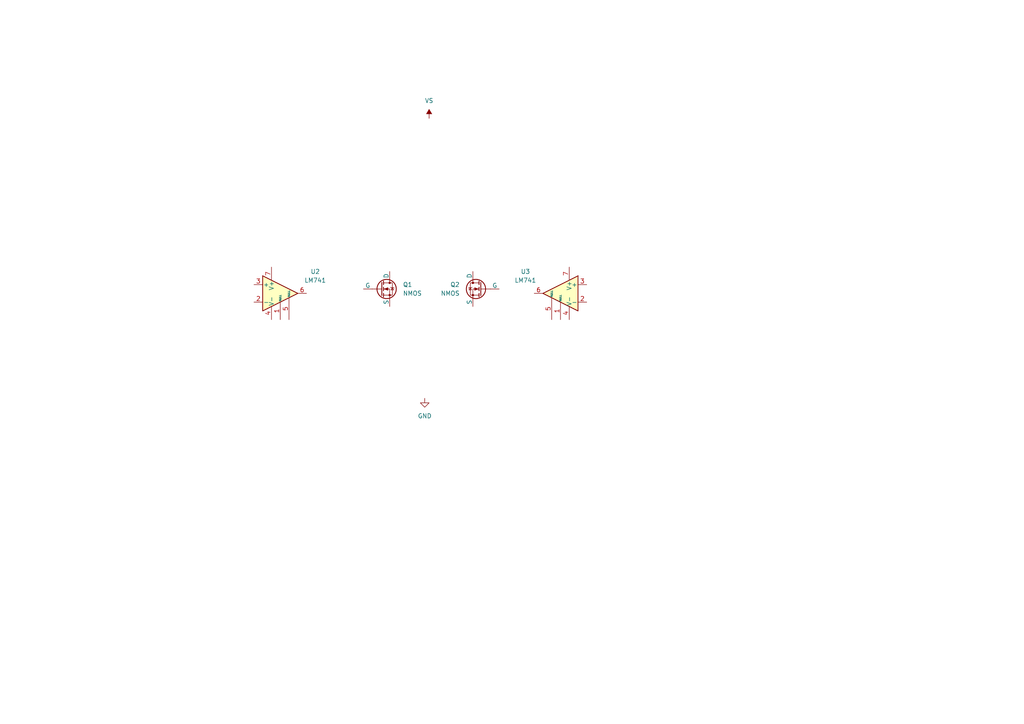
<source format=kicad_sch>
(kicad_sch (version 20231120) (generator "eeschema") (generator_version "8.0")
  (paper "A4")
  (title_block (title "Actuators - Exhaust Fan Portable") (date "2025-12-28") (rev "1.0.0"))
  (lib_symbols
    (symbol "Amplifier_Operational:LM741" (pin_names (offset 0.127))
      (property "Reference" "U" (at 0 6.35 0))
      (property "Value" "LM741" (at 0 3.81 0))
      (symbol "LM741_0_1"
        (polyline (pts (xy -5.08 5.08) (xy 5.08 0) (xy -5.08 -5.08) (xy -5.08 5.08)) (stroke (width 0.254)) (fill (type background)))
      )
      (symbol "LM741_1_1"
        (pin input line (at 0 -7.62 90) (length 5.08) (name "NULL") (number "1"))
        (pin input line (at -7.62 -2.54 0) (length 2.54) (name "-") (number "2"))
        (pin input line (at -7.62 2.54 0) (length 2.54) (name "+") (number "3"))
        (pin power_in line (at -2.54 -7.62 90) (length 3.81) (name "V-") (number "4"))
        (pin input line (at 2.54 -7.62 90) (length 6.35) (name "NULL") (number "5"))
        (pin output line (at 7.62 0 180) (length 2.54) (name "~") (number "6"))
        (pin power_in line (at -2.54 7.62 270) (length 3.81) (name "V+") (number "7"))
        (pin no_connect line (at 0 2.54 270) (length 2.54) hide (name "NC") (number "8"))
      )
    )
    (symbol "Simulation_SPICE:NMOS" (pin_numbers hide) (pin_names (offset 0))
      (property "Reference" "Q" (at 5.08 1.27 0))
      (property "Value" "NMOS" (at 5.08 -1.27 0))
      (symbol "NMOS_0_1"
        (polyline (pts (xy 0.254 0) (xy -2.54 0)))
        (polyline (pts (xy 0.254 1.905) (xy 0.254 -1.905)) (stroke (width 0.254)))
        (polyline (pts (xy 0.762 -1.27) (xy 0.762 -2.286)) (stroke (width 0.254)))
        (polyline (pts (xy 0.762 0.508) (xy 0.762 -0.508)) (stroke (width 0.254)))
        (polyline (pts (xy 0.762 2.286) (xy 0.762 1.27)) (stroke (width 0.254)))
        (polyline (pts (xy 2.54 2.54) (xy 2.54 1.778)))
        (polyline (pts (xy 2.54 -2.54) (xy 2.54 0) (xy 0.762 0)))
        (polyline (pts (xy 0.762 -1.778) (xy 3.302 -1.778) (xy 3.302 1.778) (xy 0.762 1.778)))
        (polyline (pts (xy 1.016 0) (xy 2.032 0.381) (xy 2.032 -0.381) (xy 1.016 0)) (fill (type outline)))
        (polyline (pts (xy 2.794 0.508) (xy 2.921 0.381) (xy 3.683 0.381) (xy 3.81 0.254)))
        (polyline (pts (xy 3.302 0.381) (xy 2.921 -0.254) (xy 3.683 -0.254) (xy 3.302 0.381)))
        (circle (center 1.651 0) (radius 2.794) (stroke (width 0.254)))
        (circle (center 2.54 -1.778) (radius 0.254) (fill (type outline)))
        (circle (center 2.54 1.778) (radius 0.254) (fill (type outline)))
      )
      (symbol "NMOS_1_1"
        (pin passive line (at 2.54 5.08 270) (length 2.54) (name "D") (number "1"))
        (pin input line (at -5.08 0 0) (length 2.54) (name "G") (number "2"))
        (pin passive line (at 2.54 -5.08 90) (length 2.54) (name "S") (number "3"))
      )
    )
    (symbol "power:GND" (power) (pin_numbers hide) (pin_names (offset 0) hide)
      (property "Value" "GND" (at 0 -3.81 0))
      (symbol "GND_0_1"
        (polyline (pts (xy 0 0) (xy 0 -1.27) (xy 1.27 -1.27) (xy 0 -2.54) (xy -1.27 -1.27) (xy 0 -1.27)))
      )
      (symbol "GND_1_1"
        (pin power_in line (at 0 0 270) (length 0) (name "~") (number "1"))
      )
    )
    (symbol "power:VS" (power) (pin_numbers hide) (pin_names (offset 0) hide)
      (property "Value" "VS" (at 0 3.556 0))
      (symbol "VS_0_1"
        (polyline (pts (xy 0 0) (xy 0 2.54)))
        (polyline (pts (xy 0.762 1.27) (xy -0.762 1.27) (xy 0 2.54) (xy 0.762 1.27)) (fill (type outline)))
      )
      (symbol "VS_1_1"
        (pin power_in line (at 0 0 90) (length 0) (name "~") (number "1"))
      )
    )
  )
  (symbol (lib_id "power:GND") (at 123.19 115.57 0) (unit 1)
    (property "Reference" "#PWR2" (effects (hide yes)))
    (property "Value" "GND" (at 123.19 120.65 0))
    (property "Description" "Power symbol creates a global label with name \"GND\" , ground" (effects (hide yes)))
  )
  (symbol (lib_id "Simulation_SPICE:NMOS") (at 139.7 83.82 0) (mirror y) (unit 1)
    (property "Reference" "Q2" (at 133.35 82.5499 0) (effects (justify left)))
    (property "Value" "NMOS" (at 133.35 85.0899 0) (effects (justify left)))
    (property "Datasheet" "https://ngspice.sourceforge.io/docs/ngspice-html-manual/manual.xhtml#cha_MOSFETs" (effects (hide yes)))
    (property "Description" "N-MOSFET transistor, drain/source/gate" (effects (hide yes)))
    (property "Sim.Device" "NMOS" (effects (hide yes)))
    (property "Sim.Type" "VDMOS" (effects (hide yes)))
    (property "Sim.Pins" "1=D 2=G 3=S" (effects (hide yes)))
  )
  (symbol (lib_id "Amplifier_Operational:LM741") (at 162.56 85.09 0) (mirror y) (unit 1)
    (property "Reference" "U3" (at 152.4 78.7714 0))
    (property "Value" "LM741" (at 152.4 81.3114 0))
    (property "Datasheet" "http://www.ti.com/lit/ds/symlink/lm741.pdf" (effects (hide yes)))
    (property "Description" "Operational Amplifier, DIP-8/TO-99-8" (effects (hide yes)))
  )
  (symbol (lib_id "Simulation_SPICE:NMOS") (at 110.49 83.82 0) (unit 1)
    (property "Reference" "Q1" (at 116.84 82.5499 0) (effects (justify left)))
    (property "Value" "NMOS" (at 116.84 85.0899 0) (effects (justify left)))
    (property "Datasheet" "https://ngspice.sourceforge.io/docs/ngspice-html-manual/manual.xhtml#cha_MOSFETs" (effects (hide yes)))
    (property "Description" "N-MOSFET transistor, drain/source/gate" (effects (hide yes)))
    (property "Sim.Device" "NMOS" (effects (hide yes)))
    (property "Sim.Type" "VDMOS" (effects (hide yes)))
    (property "Sim.Pins" "1=D 2=G 3=S" (effects (hide yes)))
  )
  (symbol (lib_id "Amplifier_Operational:LM741") (at 81.28 85.09 0) (unit 1)
    (property "Reference" "U2" (at 91.44 78.7714 0))
    (property "Value" "LM741" (at 91.44 81.3114 0))
    (property "Datasheet" "http://www.ti.com/lit/ds/symlink/lm741.pdf" (effects (hide yes)))
    (property "Description" "Operational Amplifier, DIP-8/TO-99-8" (effects (hide yes)))
  )
  (symbol (lib_id "power:VS") (at 124.46 34.29 0) (unit 1)
    (property "Reference" "#PWR1" (effects (hide yes)))
    (property "Value" "VS" (at 124.46 29.21 0))
    (property "Description" "Power symbol creates a global label with name \"VS\"" (effects (hide yes)))
  )
)
</source>
